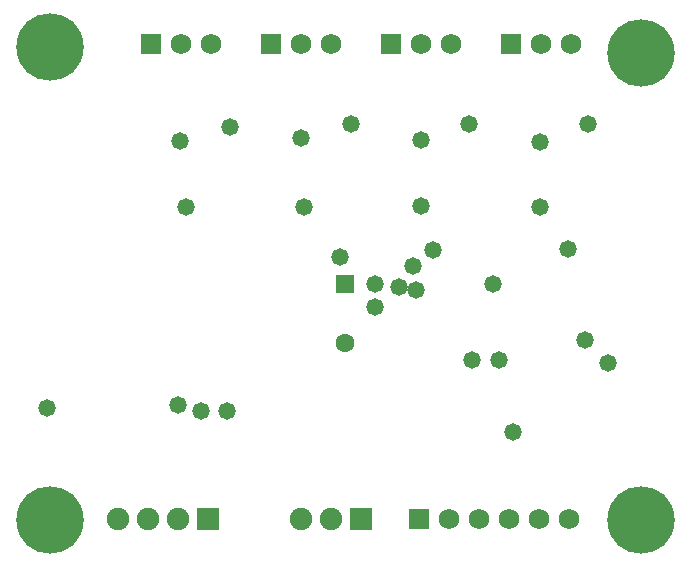
<source format=gbs>
G04*
G04 #@! TF.GenerationSoftware,Altium Limited,Altium Designer,18.1.7 (191)*
G04*
G04 Layer_Color=16711935*
%FSLAX25Y25*%
%MOIN*%
G70*
G01*
G75*
%ADD33C,0.22453*%
%ADD34R,0.07493X0.07493*%
%ADD35C,0.07493*%
%ADD36C,0.06902*%
%ADD37R,0.06902X0.06902*%
%ADD38R,0.06312X0.06312*%
%ADD39C,0.06312*%
%ADD40C,0.05800*%
D33*
X196850Y-157480D02*
D03*
Y-1969D02*
D03*
X0Y0D02*
D03*
Y-157480D02*
D03*
D34*
X52677Y-157087D02*
D03*
X103701Y-157087D02*
D03*
D35*
X42677Y-157087D02*
D03*
X32677D02*
D03*
X22677D02*
D03*
X93701Y-157087D02*
D03*
X83701D02*
D03*
D36*
X53465Y1059D02*
D03*
X43465D02*
D03*
X143071Y-157087D02*
D03*
X153071D02*
D03*
X163071D02*
D03*
X173071D02*
D03*
X133071D02*
D03*
X93465Y1059D02*
D03*
X83465D02*
D03*
X133465D02*
D03*
X123465D02*
D03*
X173465D02*
D03*
X163465D02*
D03*
D37*
X33465D02*
D03*
X123071Y-157087D02*
D03*
X73465Y1059D02*
D03*
X113465D02*
D03*
X153465D02*
D03*
D38*
X98425Y-78740D02*
D03*
D39*
Y-98425D02*
D03*
D40*
X147638Y-78740D02*
D03*
X108268Y-86614D02*
D03*
X116142Y-79724D02*
D03*
X108267Y-78740D02*
D03*
X122047Y-80709D02*
D03*
X186023Y-105315D02*
D03*
X178150Y-97441D02*
D03*
X179134Y-25630D02*
D03*
X139764Y-25591D02*
D03*
X100354Y-25630D02*
D03*
X60039Y-26575D02*
D03*
X149606Y-104331D02*
D03*
X140748D02*
D03*
X59055Y-121063D02*
D03*
X50197Y-121063D02*
D03*
X42677Y-119095D02*
D03*
X-984Y-120079D02*
D03*
X154331Y-128150D02*
D03*
X172697Y-67303D02*
D03*
X163386Y-53071D02*
D03*
X163386Y-31417D02*
D03*
X123465Y-52756D02*
D03*
X123622Y-30945D02*
D03*
X84646Y-53150D02*
D03*
X83465Y-30276D02*
D03*
X43307Y-31339D02*
D03*
X45276Y-53150D02*
D03*
X96457Y-69882D02*
D03*
X127756Y-67677D02*
D03*
X121063Y-72835D02*
D03*
M02*

</source>
